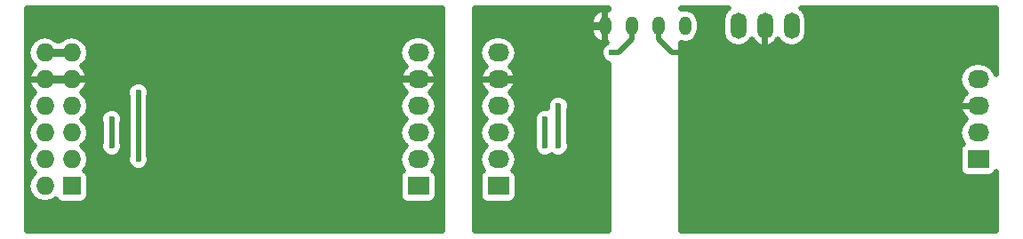
<source format=gbl>
G04 #@! TF.FileFunction,Copper,L2,Bot,Signal*
%FSLAX46Y46*%
G04 Gerber Fmt 4.6, Leading zero omitted, Abs format (unit mm)*
G04 Created by KiCad (PCBNEW 4.0.2+e4-6225~38~ubuntu15.10.1-stable) date Do 16 Jun 2016 10:00:32 CEST*
%MOMM*%
G01*
G04 APERTURE LIST*
%ADD10C,0.100000*%
%ADD11O,1.200000X1.800000*%
%ADD12R,2.032000X1.727200*%
%ADD13O,2.032000X1.727200*%
%ADD14O,1.501140X2.499360*%
%ADD15R,1.727200X1.727200*%
%ADD16O,1.727200X1.727200*%
%ADD17C,0.600000*%
%ADD18C,0.500000*%
%ADD19C,0.800000*%
%ADD20C,0.700000*%
G04 APERTURE END LIST*
D10*
D11*
X71120000Y-19050000D03*
X73660000Y-19050000D03*
X76200000Y-19050000D03*
X78740000Y-19050000D03*
D12*
X53340000Y-34290000D03*
D13*
X53340000Y-31750000D03*
X53340000Y-29210000D03*
X53340000Y-26670000D03*
X53340000Y-24130000D03*
X53340000Y-21590000D03*
D14*
X86360000Y-19050000D03*
X83820000Y-19050000D03*
X88900000Y-19050000D03*
D12*
X106680000Y-31750000D03*
D13*
X106680000Y-29210000D03*
X106680000Y-26670000D03*
X106680000Y-24130000D03*
D12*
X60960000Y-34290000D03*
D13*
X60960000Y-31750000D03*
X60960000Y-29210000D03*
X60960000Y-26670000D03*
X60960000Y-24130000D03*
X60960000Y-21590000D03*
D15*
X20320000Y-34290000D03*
D16*
X17780000Y-34290000D03*
X20320000Y-31750000D03*
X17780000Y-31750000D03*
X20320000Y-29210000D03*
X17780000Y-29210000D03*
X20320000Y-26670000D03*
X17780000Y-26670000D03*
X20320000Y-24130000D03*
X17780000Y-24130000D03*
X20320000Y-21590000D03*
X17780000Y-21590000D03*
D17*
X31115000Y-36195000D03*
X38100000Y-36195000D03*
X70485000Y-34290000D03*
X70485000Y-24130000D03*
X70485000Y-30480000D03*
X47625000Y-24765000D03*
X41275000Y-22860000D03*
X71755000Y-21590000D03*
X66675000Y-26670000D03*
X66675000Y-30480000D03*
X88265000Y-33020000D03*
X104140000Y-20320000D03*
X99695000Y-24765000D03*
X91440000Y-26035000D03*
X85725000Y-27305000D03*
X80645000Y-27305000D03*
X26670000Y-31750000D03*
X26670000Y-25400000D03*
X24130000Y-27940000D03*
X24130000Y-30480000D03*
X65405000Y-30480000D03*
X65405000Y-27940000D03*
D18*
X38100000Y-36195000D02*
X31115000Y-36195000D01*
X70485000Y-30480000D02*
X70485000Y-34290000D01*
X60960000Y-24130000D02*
X70485000Y-24130000D01*
X70485000Y-24130000D02*
X70485000Y-30480000D01*
D19*
X60960000Y-24130000D02*
X62865000Y-24130000D01*
X62865000Y-24130000D02*
X67945000Y-19050000D01*
X67945000Y-19050000D02*
X71120000Y-19050000D01*
D20*
X47625000Y-24130000D02*
X53340000Y-24130000D01*
X20320000Y-24130000D02*
X41275000Y-24130000D01*
D19*
X41275000Y-24130000D02*
X47625000Y-24130000D01*
D18*
X47625000Y-24765000D02*
X47625000Y-24130000D01*
X41275000Y-22860000D02*
X41275000Y-24130000D01*
D19*
X17780000Y-24130000D02*
X20320000Y-24130000D01*
D18*
X73660000Y-19050000D02*
X73660000Y-20320000D01*
X72390000Y-21590000D02*
X73660000Y-20320000D01*
X72390000Y-21590000D02*
X71755000Y-21590000D01*
X66675000Y-30480000D02*
X66675000Y-26670000D01*
D19*
X17780000Y-21590000D02*
X20320000Y-21590000D01*
D18*
X88265000Y-33020000D02*
X88265000Y-34290000D01*
X99695000Y-24765000D02*
X104140000Y-20320000D01*
X91440000Y-26035000D02*
X91440000Y-24765000D01*
X91440000Y-24765000D02*
X99695000Y-24765000D01*
X80645000Y-22860000D02*
X80645000Y-27305000D01*
X79375000Y-21590000D02*
X80645000Y-22860000D01*
X77470000Y-21590000D02*
X79375000Y-21590000D01*
X76200000Y-20320000D02*
X77470000Y-21590000D01*
X76200000Y-19050000D02*
X76200000Y-20320000D01*
X85725000Y-27305000D02*
X88900000Y-27305000D01*
X88900000Y-27305000D02*
X91440000Y-26035000D01*
X85725000Y-27305000D02*
X80645000Y-27305000D01*
X26670000Y-25400000D02*
X26670000Y-31750000D01*
X24130000Y-30480000D02*
X24130000Y-27940000D01*
X65405000Y-27940000D02*
X65405000Y-30480000D01*
G36*
X82758937Y-17450651D02*
X82433654Y-17937471D01*
X82319430Y-18511714D01*
X82319430Y-19588286D01*
X82433654Y-20162529D01*
X82758937Y-20649349D01*
X83245757Y-20974632D01*
X83820000Y-21088856D01*
X84394243Y-20974632D01*
X84881063Y-20649349D01*
X85100938Y-20320284D01*
X85334292Y-20645528D01*
X85831950Y-20954590D01*
X86076005Y-21022561D01*
X86310000Y-20861228D01*
X86310000Y-19100000D01*
X86290000Y-19100000D01*
X86290000Y-19000000D01*
X86310000Y-19000000D01*
X86310000Y-18980000D01*
X86410000Y-18980000D01*
X86410000Y-19000000D01*
X86430000Y-19000000D01*
X86430000Y-19100000D01*
X86410000Y-19100000D01*
X86410000Y-20861228D01*
X86643995Y-21022561D01*
X86888050Y-20954590D01*
X87385708Y-20645528D01*
X87619062Y-20320284D01*
X87838937Y-20649349D01*
X88325757Y-20974632D01*
X88900000Y-21088856D01*
X89474243Y-20974632D01*
X89961063Y-20649349D01*
X90286346Y-20162529D01*
X90400570Y-19588286D01*
X90400570Y-18511714D01*
X90286346Y-17937471D01*
X89961063Y-17450651D01*
X89787979Y-17335000D01*
X108395000Y-17335000D01*
X108395000Y-23699670D01*
X108357770Y-23512502D01*
X108007986Y-22989012D01*
X107484496Y-22639228D01*
X106866998Y-22516400D01*
X106493002Y-22516400D01*
X105875504Y-22639228D01*
X105352014Y-22989012D01*
X105002230Y-23512502D01*
X104879402Y-24130000D01*
X105002230Y-24747498D01*
X105352014Y-25270988D01*
X105563890Y-25412559D01*
X105351257Y-25564368D01*
X105017694Y-26098696D01*
X104942453Y-26368314D01*
X105102377Y-26620000D01*
X106630000Y-26620000D01*
X106630000Y-26600000D01*
X106730000Y-26600000D01*
X106730000Y-26620000D01*
X106750000Y-26620000D01*
X106750000Y-26720000D01*
X106730000Y-26720000D01*
X106730000Y-26740000D01*
X106630000Y-26740000D01*
X106630000Y-26720000D01*
X105102377Y-26720000D01*
X104942453Y-26971686D01*
X105017694Y-27241304D01*
X105351257Y-27775632D01*
X105563890Y-27927441D01*
X105352014Y-28069012D01*
X105002230Y-28592502D01*
X104879402Y-29210000D01*
X105002230Y-29827498D01*
X105279554Y-30242543D01*
X105130802Y-30338262D01*
X104959554Y-30588892D01*
X104899307Y-30886400D01*
X104899307Y-32613600D01*
X104951604Y-32891533D01*
X105115862Y-33146798D01*
X105366492Y-33318046D01*
X105664000Y-33378293D01*
X107696000Y-33378293D01*
X107973933Y-33325996D01*
X108229198Y-33161738D01*
X108395000Y-32919078D01*
X108395000Y-38545000D01*
X78355000Y-38545000D01*
X78355000Y-20655744D01*
X78740000Y-20732325D01*
X79256623Y-20629562D01*
X79694594Y-20336919D01*
X79987237Y-19898948D01*
X80090000Y-19382325D01*
X80090000Y-18717675D01*
X79987237Y-18201052D01*
X79694594Y-17763081D01*
X79256623Y-17470438D01*
X78740000Y-17367675D01*
X78355000Y-17444256D01*
X78355000Y-17335000D01*
X82932021Y-17335000D01*
X82758937Y-17450651D01*
X82758937Y-17450651D01*
G37*
X82758937Y-17450651D02*
X82433654Y-17937471D01*
X82319430Y-18511714D01*
X82319430Y-19588286D01*
X82433654Y-20162529D01*
X82758937Y-20649349D01*
X83245757Y-20974632D01*
X83820000Y-21088856D01*
X84394243Y-20974632D01*
X84881063Y-20649349D01*
X85100938Y-20320284D01*
X85334292Y-20645528D01*
X85831950Y-20954590D01*
X86076005Y-21022561D01*
X86310000Y-20861228D01*
X86310000Y-19100000D01*
X86290000Y-19100000D01*
X86290000Y-19000000D01*
X86310000Y-19000000D01*
X86310000Y-18980000D01*
X86410000Y-18980000D01*
X86410000Y-19000000D01*
X86430000Y-19000000D01*
X86430000Y-19100000D01*
X86410000Y-19100000D01*
X86410000Y-20861228D01*
X86643995Y-21022561D01*
X86888050Y-20954590D01*
X87385708Y-20645528D01*
X87619062Y-20320284D01*
X87838937Y-20649349D01*
X88325757Y-20974632D01*
X88900000Y-21088856D01*
X89474243Y-20974632D01*
X89961063Y-20649349D01*
X90286346Y-20162529D01*
X90400570Y-19588286D01*
X90400570Y-18511714D01*
X90286346Y-17937471D01*
X89961063Y-17450651D01*
X89787979Y-17335000D01*
X108395000Y-17335000D01*
X108395000Y-23699670D01*
X108357770Y-23512502D01*
X108007986Y-22989012D01*
X107484496Y-22639228D01*
X106866998Y-22516400D01*
X106493002Y-22516400D01*
X105875504Y-22639228D01*
X105352014Y-22989012D01*
X105002230Y-23512502D01*
X104879402Y-24130000D01*
X105002230Y-24747498D01*
X105352014Y-25270988D01*
X105563890Y-25412559D01*
X105351257Y-25564368D01*
X105017694Y-26098696D01*
X104942453Y-26368314D01*
X105102377Y-26620000D01*
X106630000Y-26620000D01*
X106630000Y-26600000D01*
X106730000Y-26600000D01*
X106730000Y-26620000D01*
X106750000Y-26620000D01*
X106750000Y-26720000D01*
X106730000Y-26720000D01*
X106730000Y-26740000D01*
X106630000Y-26740000D01*
X106630000Y-26720000D01*
X105102377Y-26720000D01*
X104942453Y-26971686D01*
X105017694Y-27241304D01*
X105351257Y-27775632D01*
X105563890Y-27927441D01*
X105352014Y-28069012D01*
X105002230Y-28592502D01*
X104879402Y-29210000D01*
X105002230Y-29827498D01*
X105279554Y-30242543D01*
X105130802Y-30338262D01*
X104959554Y-30588892D01*
X104899307Y-30886400D01*
X104899307Y-32613600D01*
X104951604Y-32891533D01*
X105115862Y-33146798D01*
X105366492Y-33318046D01*
X105664000Y-33378293D01*
X107696000Y-33378293D01*
X107973933Y-33325996D01*
X108229198Y-33161738D01*
X108395000Y-32919078D01*
X108395000Y-38545000D01*
X78355000Y-38545000D01*
X78355000Y-20655744D01*
X78740000Y-20732325D01*
X79256623Y-20629562D01*
X79694594Y-20336919D01*
X79987237Y-19898948D01*
X80090000Y-19382325D01*
X80090000Y-18717675D01*
X79987237Y-18201052D01*
X79694594Y-17763081D01*
X79256623Y-17470438D01*
X78740000Y-17367675D01*
X78355000Y-17444256D01*
X78355000Y-17335000D01*
X82932021Y-17335000D01*
X82758937Y-17450651D01*
G36*
X71505000Y-17459924D02*
X71380426Y-17425357D01*
X71170000Y-17588576D01*
X71170000Y-19000000D01*
X71190000Y-19000000D01*
X71190000Y-19100000D01*
X71170000Y-19100000D01*
X71170000Y-20511424D01*
X71324932Y-20631599D01*
X71161000Y-20699334D01*
X70865372Y-20994446D01*
X70705182Y-21380226D01*
X70704818Y-21797942D01*
X70864334Y-22184000D01*
X71159446Y-22479628D01*
X71505000Y-22623115D01*
X71505000Y-38545000D01*
X58670000Y-38545000D01*
X58670000Y-26670000D01*
X59159402Y-26670000D01*
X59282230Y-27287498D01*
X59632014Y-27810988D01*
X59825095Y-27940000D01*
X59632014Y-28069012D01*
X59282230Y-28592502D01*
X59159402Y-29210000D01*
X59282230Y-29827498D01*
X59632014Y-30350988D01*
X59825095Y-30480000D01*
X59632014Y-30609012D01*
X59282230Y-31132502D01*
X59159402Y-31750000D01*
X59282230Y-32367498D01*
X59559554Y-32782543D01*
X59410802Y-32878262D01*
X59239554Y-33128892D01*
X59179307Y-33426400D01*
X59179307Y-35153600D01*
X59231604Y-35431533D01*
X59395862Y-35686798D01*
X59646492Y-35858046D01*
X59944000Y-35918293D01*
X61976000Y-35918293D01*
X62253933Y-35865996D01*
X62509198Y-35701738D01*
X62680446Y-35451108D01*
X62740693Y-35153600D01*
X62740693Y-33426400D01*
X62688396Y-33148467D01*
X62524138Y-32893202D01*
X62360991Y-32781728D01*
X62637770Y-32367498D01*
X62760598Y-31750000D01*
X62637770Y-31132502D01*
X62287986Y-30609012D01*
X62094905Y-30480000D01*
X62287986Y-30350988D01*
X62637770Y-29827498D01*
X62760598Y-29210000D01*
X62637770Y-28592502D01*
X62340726Y-28147942D01*
X64354818Y-28147942D01*
X64405000Y-28269392D01*
X64405000Y-30150251D01*
X64355182Y-30270226D01*
X64354818Y-30687942D01*
X64514334Y-31074000D01*
X64809446Y-31369628D01*
X65195226Y-31529818D01*
X65612942Y-31530182D01*
X65999000Y-31370666D01*
X66039812Y-31329925D01*
X66079446Y-31369628D01*
X66465226Y-31529818D01*
X66882942Y-31530182D01*
X67269000Y-31370666D01*
X67564628Y-31075554D01*
X67724818Y-30689774D01*
X67725182Y-30272058D01*
X67675000Y-30150608D01*
X67675000Y-26999749D01*
X67724818Y-26879774D01*
X67725182Y-26462058D01*
X67565666Y-26076000D01*
X67270554Y-25780372D01*
X66884774Y-25620182D01*
X66467058Y-25619818D01*
X66081000Y-25779334D01*
X65785372Y-26074446D01*
X65625182Y-26460226D01*
X65624818Y-26877942D01*
X65633003Y-26897751D01*
X65614774Y-26890182D01*
X65197058Y-26889818D01*
X64811000Y-27049334D01*
X64515372Y-27344446D01*
X64355182Y-27730226D01*
X64354818Y-28147942D01*
X62340726Y-28147942D01*
X62287986Y-28069012D01*
X62094905Y-27940000D01*
X62287986Y-27810988D01*
X62637770Y-27287498D01*
X62760598Y-26670000D01*
X62637770Y-26052502D01*
X62287986Y-25529012D01*
X62076110Y-25387441D01*
X62288743Y-25235632D01*
X62622306Y-24701304D01*
X62697547Y-24431686D01*
X62537623Y-24180000D01*
X61010000Y-24180000D01*
X61010000Y-24200000D01*
X60910000Y-24200000D01*
X60910000Y-24180000D01*
X59382377Y-24180000D01*
X59222453Y-24431686D01*
X59297694Y-24701304D01*
X59631257Y-25235632D01*
X59843890Y-25387441D01*
X59632014Y-25529012D01*
X59282230Y-26052502D01*
X59159402Y-26670000D01*
X58670000Y-26670000D01*
X58670000Y-21590000D01*
X59159402Y-21590000D01*
X59282230Y-22207498D01*
X59632014Y-22730988D01*
X59843890Y-22872559D01*
X59631257Y-23024368D01*
X59297694Y-23558696D01*
X59222453Y-23828314D01*
X59382377Y-24080000D01*
X60910000Y-24080000D01*
X60910000Y-24060000D01*
X61010000Y-24060000D01*
X61010000Y-24080000D01*
X62537623Y-24080000D01*
X62697547Y-23828314D01*
X62622306Y-23558696D01*
X62288743Y-23024368D01*
X62076110Y-22872559D01*
X62287986Y-22730988D01*
X62637770Y-22207498D01*
X62760598Y-21590000D01*
X62637770Y-20972502D01*
X62287986Y-20449012D01*
X61764496Y-20099228D01*
X61146998Y-19976400D01*
X60773002Y-19976400D01*
X60155504Y-20099228D01*
X59632014Y-20449012D01*
X59282230Y-20972502D01*
X59159402Y-21590000D01*
X58670000Y-21590000D01*
X58670000Y-19100000D01*
X69770000Y-19100000D01*
X69770000Y-19400000D01*
X69891897Y-19912817D01*
X70200762Y-20339950D01*
X70649572Y-20616372D01*
X70859574Y-20674643D01*
X71070000Y-20511424D01*
X71070000Y-19100000D01*
X69770000Y-19100000D01*
X58670000Y-19100000D01*
X58670000Y-18700000D01*
X69770000Y-18700000D01*
X69770000Y-19000000D01*
X71070000Y-19000000D01*
X71070000Y-17588576D01*
X70859574Y-17425357D01*
X70649572Y-17483628D01*
X70200762Y-17760050D01*
X69891897Y-18187183D01*
X69770000Y-18700000D01*
X58670000Y-18700000D01*
X58670000Y-17335000D01*
X71505000Y-17335000D01*
X71505000Y-17459924D01*
X71505000Y-17459924D01*
G37*
X71505000Y-17459924D02*
X71380426Y-17425357D01*
X71170000Y-17588576D01*
X71170000Y-19000000D01*
X71190000Y-19000000D01*
X71190000Y-19100000D01*
X71170000Y-19100000D01*
X71170000Y-20511424D01*
X71324932Y-20631599D01*
X71161000Y-20699334D01*
X70865372Y-20994446D01*
X70705182Y-21380226D01*
X70704818Y-21797942D01*
X70864334Y-22184000D01*
X71159446Y-22479628D01*
X71505000Y-22623115D01*
X71505000Y-38545000D01*
X58670000Y-38545000D01*
X58670000Y-26670000D01*
X59159402Y-26670000D01*
X59282230Y-27287498D01*
X59632014Y-27810988D01*
X59825095Y-27940000D01*
X59632014Y-28069012D01*
X59282230Y-28592502D01*
X59159402Y-29210000D01*
X59282230Y-29827498D01*
X59632014Y-30350988D01*
X59825095Y-30480000D01*
X59632014Y-30609012D01*
X59282230Y-31132502D01*
X59159402Y-31750000D01*
X59282230Y-32367498D01*
X59559554Y-32782543D01*
X59410802Y-32878262D01*
X59239554Y-33128892D01*
X59179307Y-33426400D01*
X59179307Y-35153600D01*
X59231604Y-35431533D01*
X59395862Y-35686798D01*
X59646492Y-35858046D01*
X59944000Y-35918293D01*
X61976000Y-35918293D01*
X62253933Y-35865996D01*
X62509198Y-35701738D01*
X62680446Y-35451108D01*
X62740693Y-35153600D01*
X62740693Y-33426400D01*
X62688396Y-33148467D01*
X62524138Y-32893202D01*
X62360991Y-32781728D01*
X62637770Y-32367498D01*
X62760598Y-31750000D01*
X62637770Y-31132502D01*
X62287986Y-30609012D01*
X62094905Y-30480000D01*
X62287986Y-30350988D01*
X62637770Y-29827498D01*
X62760598Y-29210000D01*
X62637770Y-28592502D01*
X62340726Y-28147942D01*
X64354818Y-28147942D01*
X64405000Y-28269392D01*
X64405000Y-30150251D01*
X64355182Y-30270226D01*
X64354818Y-30687942D01*
X64514334Y-31074000D01*
X64809446Y-31369628D01*
X65195226Y-31529818D01*
X65612942Y-31530182D01*
X65999000Y-31370666D01*
X66039812Y-31329925D01*
X66079446Y-31369628D01*
X66465226Y-31529818D01*
X66882942Y-31530182D01*
X67269000Y-31370666D01*
X67564628Y-31075554D01*
X67724818Y-30689774D01*
X67725182Y-30272058D01*
X67675000Y-30150608D01*
X67675000Y-26999749D01*
X67724818Y-26879774D01*
X67725182Y-26462058D01*
X67565666Y-26076000D01*
X67270554Y-25780372D01*
X66884774Y-25620182D01*
X66467058Y-25619818D01*
X66081000Y-25779334D01*
X65785372Y-26074446D01*
X65625182Y-26460226D01*
X65624818Y-26877942D01*
X65633003Y-26897751D01*
X65614774Y-26890182D01*
X65197058Y-26889818D01*
X64811000Y-27049334D01*
X64515372Y-27344446D01*
X64355182Y-27730226D01*
X64354818Y-28147942D01*
X62340726Y-28147942D01*
X62287986Y-28069012D01*
X62094905Y-27940000D01*
X62287986Y-27810988D01*
X62637770Y-27287498D01*
X62760598Y-26670000D01*
X62637770Y-26052502D01*
X62287986Y-25529012D01*
X62076110Y-25387441D01*
X62288743Y-25235632D01*
X62622306Y-24701304D01*
X62697547Y-24431686D01*
X62537623Y-24180000D01*
X61010000Y-24180000D01*
X61010000Y-24200000D01*
X60910000Y-24200000D01*
X60910000Y-24180000D01*
X59382377Y-24180000D01*
X59222453Y-24431686D01*
X59297694Y-24701304D01*
X59631257Y-25235632D01*
X59843890Y-25387441D01*
X59632014Y-25529012D01*
X59282230Y-26052502D01*
X59159402Y-26670000D01*
X58670000Y-26670000D01*
X58670000Y-21590000D01*
X59159402Y-21590000D01*
X59282230Y-22207498D01*
X59632014Y-22730988D01*
X59843890Y-22872559D01*
X59631257Y-23024368D01*
X59297694Y-23558696D01*
X59222453Y-23828314D01*
X59382377Y-24080000D01*
X60910000Y-24080000D01*
X60910000Y-24060000D01*
X61010000Y-24060000D01*
X61010000Y-24080000D01*
X62537623Y-24080000D01*
X62697547Y-23828314D01*
X62622306Y-23558696D01*
X62288743Y-23024368D01*
X62076110Y-22872559D01*
X62287986Y-22730988D01*
X62637770Y-22207498D01*
X62760598Y-21590000D01*
X62637770Y-20972502D01*
X62287986Y-20449012D01*
X61764496Y-20099228D01*
X61146998Y-19976400D01*
X60773002Y-19976400D01*
X60155504Y-20099228D01*
X59632014Y-20449012D01*
X59282230Y-20972502D01*
X59159402Y-21590000D01*
X58670000Y-21590000D01*
X58670000Y-19100000D01*
X69770000Y-19100000D01*
X69770000Y-19400000D01*
X69891897Y-19912817D01*
X70200762Y-20339950D01*
X70649572Y-20616372D01*
X70859574Y-20674643D01*
X71070000Y-20511424D01*
X71070000Y-19100000D01*
X69770000Y-19100000D01*
X58670000Y-19100000D01*
X58670000Y-18700000D01*
X69770000Y-18700000D01*
X69770000Y-19000000D01*
X71070000Y-19000000D01*
X71070000Y-17588576D01*
X70859574Y-17425357D01*
X70649572Y-17483628D01*
X70200762Y-17760050D01*
X69891897Y-18187183D01*
X69770000Y-18700000D01*
X58670000Y-18700000D01*
X58670000Y-17335000D01*
X71505000Y-17335000D01*
X71505000Y-17459924D01*
G36*
X55630000Y-38545000D02*
X16065000Y-38545000D01*
X16065000Y-26670000D01*
X16134788Y-26670000D01*
X16257616Y-27287498D01*
X16607400Y-27810988D01*
X16800481Y-27940000D01*
X16607400Y-28069012D01*
X16257616Y-28592502D01*
X16134788Y-29210000D01*
X16257616Y-29827498D01*
X16607400Y-30350988D01*
X16800481Y-30480000D01*
X16607400Y-30609012D01*
X16257616Y-31132502D01*
X16134788Y-31750000D01*
X16257616Y-32367498D01*
X16607400Y-32890988D01*
X16800481Y-33020000D01*
X16607400Y-33149012D01*
X16257616Y-33672502D01*
X16134788Y-34290000D01*
X16257616Y-34907498D01*
X16607400Y-35430988D01*
X17130890Y-35780772D01*
X17748388Y-35903600D01*
X17811612Y-35903600D01*
X18429110Y-35780772D01*
X18806479Y-35528623D01*
X18908262Y-35686798D01*
X19158892Y-35858046D01*
X19456400Y-35918293D01*
X21183600Y-35918293D01*
X21461533Y-35865996D01*
X21716798Y-35701738D01*
X21888046Y-35451108D01*
X21948293Y-35153600D01*
X21948293Y-33426400D01*
X21895996Y-33148467D01*
X21731738Y-32893202D01*
X21566541Y-32780328D01*
X21842384Y-32367498D01*
X21965212Y-31750000D01*
X21842384Y-31132502D01*
X21492600Y-30609012D01*
X21299519Y-30480000D01*
X21492600Y-30350988D01*
X21842384Y-29827498D01*
X21965212Y-29210000D01*
X21842384Y-28592502D01*
X21545340Y-28147942D01*
X23079818Y-28147942D01*
X23130000Y-28269392D01*
X23130000Y-30150251D01*
X23080182Y-30270226D01*
X23079818Y-30687942D01*
X23239334Y-31074000D01*
X23534446Y-31369628D01*
X23920226Y-31529818D01*
X24337942Y-31530182D01*
X24724000Y-31370666D01*
X25019628Y-31075554D01*
X25179818Y-30689774D01*
X25180182Y-30272058D01*
X25130000Y-30150608D01*
X25130000Y-28269749D01*
X25179818Y-28149774D01*
X25180182Y-27732058D01*
X25020666Y-27346000D01*
X24725554Y-27050372D01*
X24339774Y-26890182D01*
X23922058Y-26889818D01*
X23536000Y-27049334D01*
X23240372Y-27344446D01*
X23080182Y-27730226D01*
X23079818Y-28147942D01*
X21545340Y-28147942D01*
X21492600Y-28069012D01*
X21299519Y-27940000D01*
X21492600Y-27810988D01*
X21842384Y-27287498D01*
X21965212Y-26670000D01*
X21842384Y-26052502D01*
X21545340Y-25607942D01*
X25619818Y-25607942D01*
X25670000Y-25729392D01*
X25670000Y-31420251D01*
X25620182Y-31540226D01*
X25619818Y-31957942D01*
X25779334Y-32344000D01*
X26074446Y-32639628D01*
X26460226Y-32799818D01*
X26877942Y-32800182D01*
X27264000Y-32640666D01*
X27559628Y-32345554D01*
X27719818Y-31959774D01*
X27720182Y-31542058D01*
X27670000Y-31420608D01*
X27670000Y-26670000D01*
X51539402Y-26670000D01*
X51662230Y-27287498D01*
X52012014Y-27810988D01*
X52205095Y-27940000D01*
X52012014Y-28069012D01*
X51662230Y-28592502D01*
X51539402Y-29210000D01*
X51662230Y-29827498D01*
X52012014Y-30350988D01*
X52205095Y-30480000D01*
X52012014Y-30609012D01*
X51662230Y-31132502D01*
X51539402Y-31750000D01*
X51662230Y-32367498D01*
X51939554Y-32782543D01*
X51790802Y-32878262D01*
X51619554Y-33128892D01*
X51559307Y-33426400D01*
X51559307Y-35153600D01*
X51611604Y-35431533D01*
X51775862Y-35686798D01*
X52026492Y-35858046D01*
X52324000Y-35918293D01*
X54356000Y-35918293D01*
X54633933Y-35865996D01*
X54889198Y-35701738D01*
X55060446Y-35451108D01*
X55120693Y-35153600D01*
X55120693Y-33426400D01*
X55068396Y-33148467D01*
X54904138Y-32893202D01*
X54740991Y-32781728D01*
X55017770Y-32367498D01*
X55140598Y-31750000D01*
X55017770Y-31132502D01*
X54667986Y-30609012D01*
X54474905Y-30480000D01*
X54667986Y-30350988D01*
X55017770Y-29827498D01*
X55140598Y-29210000D01*
X55017770Y-28592502D01*
X54667986Y-28069012D01*
X54474905Y-27940000D01*
X54667986Y-27810988D01*
X55017770Y-27287498D01*
X55140598Y-26670000D01*
X55017770Y-26052502D01*
X54667986Y-25529012D01*
X54456110Y-25387441D01*
X54668743Y-25235632D01*
X55002306Y-24701304D01*
X55077547Y-24431686D01*
X54917623Y-24180000D01*
X53390000Y-24180000D01*
X53390000Y-24200000D01*
X53290000Y-24200000D01*
X53290000Y-24180000D01*
X51762377Y-24180000D01*
X51602453Y-24431686D01*
X51677694Y-24701304D01*
X52011257Y-25235632D01*
X52223890Y-25387441D01*
X52012014Y-25529012D01*
X51662230Y-26052502D01*
X51539402Y-26670000D01*
X27670000Y-26670000D01*
X27670000Y-25729749D01*
X27719818Y-25609774D01*
X27720182Y-25192058D01*
X27560666Y-24806000D01*
X27265554Y-24510372D01*
X26879774Y-24350182D01*
X26462058Y-24349818D01*
X26076000Y-24509334D01*
X25780372Y-24804446D01*
X25620182Y-25190226D01*
X25619818Y-25607942D01*
X21545340Y-25607942D01*
X21492600Y-25529012D01*
X21291285Y-25394498D01*
X21654196Y-25037546D01*
X21899939Y-24457888D01*
X21905147Y-24431686D01*
X21745223Y-24180000D01*
X20370000Y-24180000D01*
X20370000Y-24200000D01*
X20270000Y-24200000D01*
X20270000Y-24180000D01*
X17830000Y-24180000D01*
X17830000Y-24200000D01*
X17730000Y-24200000D01*
X17730000Y-24180000D01*
X16354777Y-24180000D01*
X16194853Y-24431686D01*
X16200061Y-24457888D01*
X16445804Y-25037546D01*
X16808715Y-25394498D01*
X16607400Y-25529012D01*
X16257616Y-26052502D01*
X16134788Y-26670000D01*
X16065000Y-26670000D01*
X16065000Y-21590000D01*
X16134788Y-21590000D01*
X16257616Y-22207498D01*
X16607400Y-22730988D01*
X16808715Y-22865502D01*
X16445804Y-23222454D01*
X16200061Y-23802112D01*
X16194853Y-23828314D01*
X16354777Y-24080000D01*
X17730000Y-24080000D01*
X17730000Y-24060000D01*
X17830000Y-24060000D01*
X17830000Y-24080000D01*
X20270000Y-24080000D01*
X20270000Y-24060000D01*
X20370000Y-24060000D01*
X20370000Y-24080000D01*
X21745223Y-24080000D01*
X21905147Y-23828314D01*
X21899939Y-23802112D01*
X21654196Y-23222454D01*
X21291285Y-22865502D01*
X21492600Y-22730988D01*
X21842384Y-22207498D01*
X21965212Y-21590000D01*
X51539402Y-21590000D01*
X51662230Y-22207498D01*
X52012014Y-22730988D01*
X52223890Y-22872559D01*
X52011257Y-23024368D01*
X51677694Y-23558696D01*
X51602453Y-23828314D01*
X51762377Y-24080000D01*
X53290000Y-24080000D01*
X53290000Y-24060000D01*
X53390000Y-24060000D01*
X53390000Y-24080000D01*
X54917623Y-24080000D01*
X55077547Y-23828314D01*
X55002306Y-23558696D01*
X54668743Y-23024368D01*
X54456110Y-22872559D01*
X54667986Y-22730988D01*
X55017770Y-22207498D01*
X55140598Y-21590000D01*
X55017770Y-20972502D01*
X54667986Y-20449012D01*
X54144496Y-20099228D01*
X53526998Y-19976400D01*
X53153002Y-19976400D01*
X52535504Y-20099228D01*
X52012014Y-20449012D01*
X51662230Y-20972502D01*
X51539402Y-21590000D01*
X21965212Y-21590000D01*
X21842384Y-20972502D01*
X21492600Y-20449012D01*
X20969110Y-20099228D01*
X20351612Y-19976400D01*
X20288388Y-19976400D01*
X19670890Y-20099228D01*
X19160887Y-20440000D01*
X18939113Y-20440000D01*
X18429110Y-20099228D01*
X17811612Y-19976400D01*
X17748388Y-19976400D01*
X17130890Y-20099228D01*
X16607400Y-20449012D01*
X16257616Y-20972502D01*
X16134788Y-21590000D01*
X16065000Y-21590000D01*
X16065000Y-17335000D01*
X55630000Y-17335000D01*
X55630000Y-38545000D01*
X55630000Y-38545000D01*
G37*
X55630000Y-38545000D02*
X16065000Y-38545000D01*
X16065000Y-26670000D01*
X16134788Y-26670000D01*
X16257616Y-27287498D01*
X16607400Y-27810988D01*
X16800481Y-27940000D01*
X16607400Y-28069012D01*
X16257616Y-28592502D01*
X16134788Y-29210000D01*
X16257616Y-29827498D01*
X16607400Y-30350988D01*
X16800481Y-30480000D01*
X16607400Y-30609012D01*
X16257616Y-31132502D01*
X16134788Y-31750000D01*
X16257616Y-32367498D01*
X16607400Y-32890988D01*
X16800481Y-33020000D01*
X16607400Y-33149012D01*
X16257616Y-33672502D01*
X16134788Y-34290000D01*
X16257616Y-34907498D01*
X16607400Y-35430988D01*
X17130890Y-35780772D01*
X17748388Y-35903600D01*
X17811612Y-35903600D01*
X18429110Y-35780772D01*
X18806479Y-35528623D01*
X18908262Y-35686798D01*
X19158892Y-35858046D01*
X19456400Y-35918293D01*
X21183600Y-35918293D01*
X21461533Y-35865996D01*
X21716798Y-35701738D01*
X21888046Y-35451108D01*
X21948293Y-35153600D01*
X21948293Y-33426400D01*
X21895996Y-33148467D01*
X21731738Y-32893202D01*
X21566541Y-32780328D01*
X21842384Y-32367498D01*
X21965212Y-31750000D01*
X21842384Y-31132502D01*
X21492600Y-30609012D01*
X21299519Y-30480000D01*
X21492600Y-30350988D01*
X21842384Y-29827498D01*
X21965212Y-29210000D01*
X21842384Y-28592502D01*
X21545340Y-28147942D01*
X23079818Y-28147942D01*
X23130000Y-28269392D01*
X23130000Y-30150251D01*
X23080182Y-30270226D01*
X23079818Y-30687942D01*
X23239334Y-31074000D01*
X23534446Y-31369628D01*
X23920226Y-31529818D01*
X24337942Y-31530182D01*
X24724000Y-31370666D01*
X25019628Y-31075554D01*
X25179818Y-30689774D01*
X25180182Y-30272058D01*
X25130000Y-30150608D01*
X25130000Y-28269749D01*
X25179818Y-28149774D01*
X25180182Y-27732058D01*
X25020666Y-27346000D01*
X24725554Y-27050372D01*
X24339774Y-26890182D01*
X23922058Y-26889818D01*
X23536000Y-27049334D01*
X23240372Y-27344446D01*
X23080182Y-27730226D01*
X23079818Y-28147942D01*
X21545340Y-28147942D01*
X21492600Y-28069012D01*
X21299519Y-27940000D01*
X21492600Y-27810988D01*
X21842384Y-27287498D01*
X21965212Y-26670000D01*
X21842384Y-26052502D01*
X21545340Y-25607942D01*
X25619818Y-25607942D01*
X25670000Y-25729392D01*
X25670000Y-31420251D01*
X25620182Y-31540226D01*
X25619818Y-31957942D01*
X25779334Y-32344000D01*
X26074446Y-32639628D01*
X26460226Y-32799818D01*
X26877942Y-32800182D01*
X27264000Y-32640666D01*
X27559628Y-32345554D01*
X27719818Y-31959774D01*
X27720182Y-31542058D01*
X27670000Y-31420608D01*
X27670000Y-26670000D01*
X51539402Y-26670000D01*
X51662230Y-27287498D01*
X52012014Y-27810988D01*
X52205095Y-27940000D01*
X52012014Y-28069012D01*
X51662230Y-28592502D01*
X51539402Y-29210000D01*
X51662230Y-29827498D01*
X52012014Y-30350988D01*
X52205095Y-30480000D01*
X52012014Y-30609012D01*
X51662230Y-31132502D01*
X51539402Y-31750000D01*
X51662230Y-32367498D01*
X51939554Y-32782543D01*
X51790802Y-32878262D01*
X51619554Y-33128892D01*
X51559307Y-33426400D01*
X51559307Y-35153600D01*
X51611604Y-35431533D01*
X51775862Y-35686798D01*
X52026492Y-35858046D01*
X52324000Y-35918293D01*
X54356000Y-35918293D01*
X54633933Y-35865996D01*
X54889198Y-35701738D01*
X55060446Y-35451108D01*
X55120693Y-35153600D01*
X55120693Y-33426400D01*
X55068396Y-33148467D01*
X54904138Y-32893202D01*
X54740991Y-32781728D01*
X55017770Y-32367498D01*
X55140598Y-31750000D01*
X55017770Y-31132502D01*
X54667986Y-30609012D01*
X54474905Y-30480000D01*
X54667986Y-30350988D01*
X55017770Y-29827498D01*
X55140598Y-29210000D01*
X55017770Y-28592502D01*
X54667986Y-28069012D01*
X54474905Y-27940000D01*
X54667986Y-27810988D01*
X55017770Y-27287498D01*
X55140598Y-26670000D01*
X55017770Y-26052502D01*
X54667986Y-25529012D01*
X54456110Y-25387441D01*
X54668743Y-25235632D01*
X55002306Y-24701304D01*
X55077547Y-24431686D01*
X54917623Y-24180000D01*
X53390000Y-24180000D01*
X53390000Y-24200000D01*
X53290000Y-24200000D01*
X53290000Y-24180000D01*
X51762377Y-24180000D01*
X51602453Y-24431686D01*
X51677694Y-24701304D01*
X52011257Y-25235632D01*
X52223890Y-25387441D01*
X52012014Y-25529012D01*
X51662230Y-26052502D01*
X51539402Y-26670000D01*
X27670000Y-26670000D01*
X27670000Y-25729749D01*
X27719818Y-25609774D01*
X27720182Y-25192058D01*
X27560666Y-24806000D01*
X27265554Y-24510372D01*
X26879774Y-24350182D01*
X26462058Y-24349818D01*
X26076000Y-24509334D01*
X25780372Y-24804446D01*
X25620182Y-25190226D01*
X25619818Y-25607942D01*
X21545340Y-25607942D01*
X21492600Y-25529012D01*
X21291285Y-25394498D01*
X21654196Y-25037546D01*
X21899939Y-24457888D01*
X21905147Y-24431686D01*
X21745223Y-24180000D01*
X20370000Y-24180000D01*
X20370000Y-24200000D01*
X20270000Y-24200000D01*
X20270000Y-24180000D01*
X17830000Y-24180000D01*
X17830000Y-24200000D01*
X17730000Y-24200000D01*
X17730000Y-24180000D01*
X16354777Y-24180000D01*
X16194853Y-24431686D01*
X16200061Y-24457888D01*
X16445804Y-25037546D01*
X16808715Y-25394498D01*
X16607400Y-25529012D01*
X16257616Y-26052502D01*
X16134788Y-26670000D01*
X16065000Y-26670000D01*
X16065000Y-21590000D01*
X16134788Y-21590000D01*
X16257616Y-22207498D01*
X16607400Y-22730988D01*
X16808715Y-22865502D01*
X16445804Y-23222454D01*
X16200061Y-23802112D01*
X16194853Y-23828314D01*
X16354777Y-24080000D01*
X17730000Y-24080000D01*
X17730000Y-24060000D01*
X17830000Y-24060000D01*
X17830000Y-24080000D01*
X20270000Y-24080000D01*
X20270000Y-24060000D01*
X20370000Y-24060000D01*
X20370000Y-24080000D01*
X21745223Y-24080000D01*
X21905147Y-23828314D01*
X21899939Y-23802112D01*
X21654196Y-23222454D01*
X21291285Y-22865502D01*
X21492600Y-22730988D01*
X21842384Y-22207498D01*
X21965212Y-21590000D01*
X51539402Y-21590000D01*
X51662230Y-22207498D01*
X52012014Y-22730988D01*
X52223890Y-22872559D01*
X52011257Y-23024368D01*
X51677694Y-23558696D01*
X51602453Y-23828314D01*
X51762377Y-24080000D01*
X53290000Y-24080000D01*
X53290000Y-24060000D01*
X53390000Y-24060000D01*
X53390000Y-24080000D01*
X54917623Y-24080000D01*
X55077547Y-23828314D01*
X55002306Y-23558696D01*
X54668743Y-23024368D01*
X54456110Y-22872559D01*
X54667986Y-22730988D01*
X55017770Y-22207498D01*
X55140598Y-21590000D01*
X55017770Y-20972502D01*
X54667986Y-20449012D01*
X54144496Y-20099228D01*
X53526998Y-19976400D01*
X53153002Y-19976400D01*
X52535504Y-20099228D01*
X52012014Y-20449012D01*
X51662230Y-20972502D01*
X51539402Y-21590000D01*
X21965212Y-21590000D01*
X21842384Y-20972502D01*
X21492600Y-20449012D01*
X20969110Y-20099228D01*
X20351612Y-19976400D01*
X20288388Y-19976400D01*
X19670890Y-20099228D01*
X19160887Y-20440000D01*
X18939113Y-20440000D01*
X18429110Y-20099228D01*
X17811612Y-19976400D01*
X17748388Y-19976400D01*
X17130890Y-20099228D01*
X16607400Y-20449012D01*
X16257616Y-20972502D01*
X16134788Y-21590000D01*
X16065000Y-21590000D01*
X16065000Y-17335000D01*
X55630000Y-17335000D01*
X55630000Y-38545000D01*
M02*

</source>
